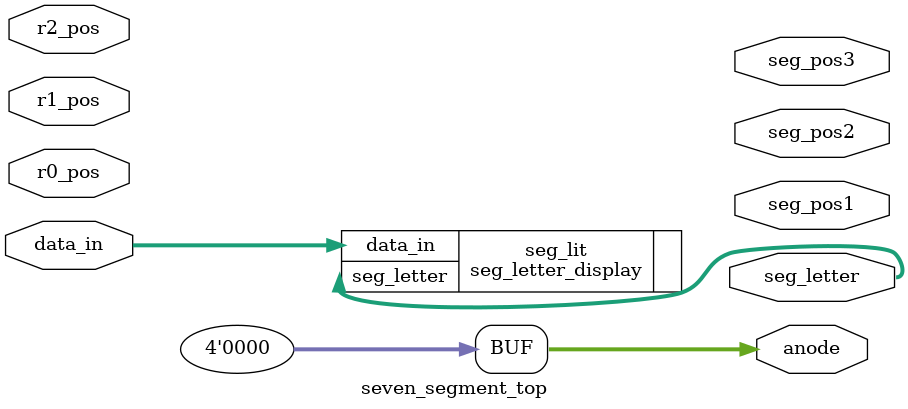
<source format=v>
`timescale 1ns / 1ps


module seven_segment_top(
input [5:0]data_in,
input [5:0]r0_pos,
input [5:0]r1_pos,
input [5:0]r2_pos,
output [3:0]anode,
output [6:0]seg_letter,
output [6:0]seg_pos1,
output [6:0]seg_pos2,
output [6:0]seg_pos3
    );
    
    assign anode=4'b0000;
    
    seg_letter_display seg_lit(.data_in(data_in),.
    seg_letter(seg_letter));
    
endmodule

</source>
